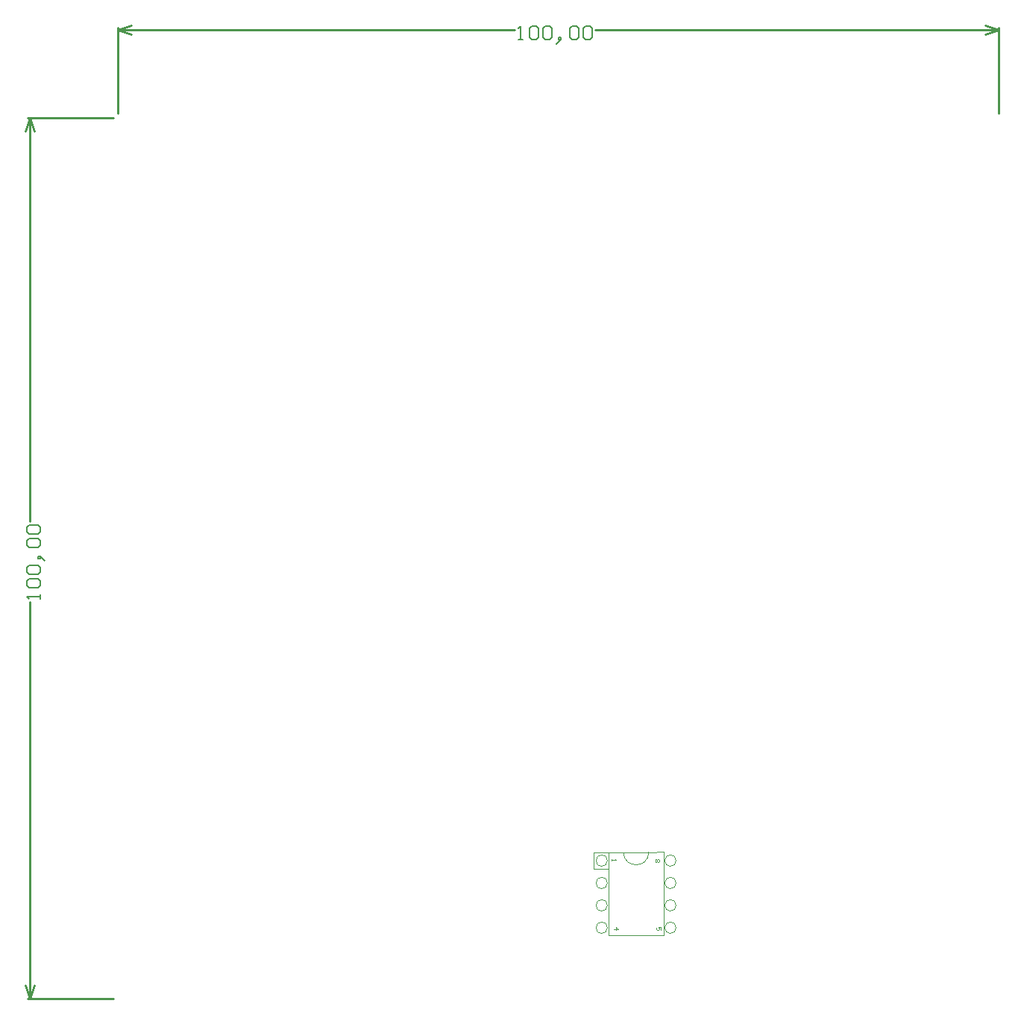
<source format=gtp>
G04*
G04 #@! TF.GenerationSoftware,Altium Limited,Altium Designer,21.3.2 (30)*
G04*
G04 Layer_Color=8421504*
%FSLAX24Y24*%
%MOIN*%
G70*
G04*
G04 #@! TF.SameCoordinates,6E726B93-E50A-4388-B932-66385DC3C8FA*
G04*
G04*
G04 #@! TF.FilePolarity,Positive*
G04*
G01*
G75*
%ADD10C,0.0100*%
%ADD14C,0.0020*%
%ADD15C,0.0060*%
D10*
X-3987Y39357D02*
X-3787Y38757D01*
X-4187D02*
X-3987Y39357D01*
X-4187Y587D02*
X-3987Y-13D01*
X-3787Y587D01*
X-3987Y21322D02*
Y39357D01*
Y-13D02*
Y17703D01*
X-4087Y39357D02*
X-248D01*
X-4087Y-13D02*
X-248D01*
X-50Y43294D02*
X550Y43494D01*
X-50Y43294D02*
X550Y43094D01*
X38720D02*
X39320Y43294D01*
X38720Y43494D02*
X39320Y43294D01*
X-50D02*
X17666D01*
X21285D02*
X39320D01*
X-50Y39555D02*
Y43394D01*
X39320Y39555D02*
Y43394D01*
D14*
X22537Y6524D02*
G03*
X23667Y6524I565J2D01*
G01*
X21820Y3150D02*
G03*
X21820Y3150I-256J0D01*
G01*
Y4150D02*
G03*
X21820Y4150I-256J0D01*
G01*
Y5150D02*
G03*
X21820Y5150I-256J0D01*
G01*
Y6150D02*
G03*
X21820Y6150I-256J0D01*
G01*
X24891Y3150D02*
G03*
X24891Y3150I-256J0D01*
G01*
Y4150D02*
G03*
X24891Y4150I-256J0D01*
G01*
Y5150D02*
G03*
X24891Y5150I-256J0D01*
G01*
Y6150D02*
G03*
X24891Y6150I-256J0D01*
G01*
X22537Y6524D02*
X23667Y6524D01*
X21194Y5780D02*
X21871Y5777D01*
X21194Y5780D02*
Y6522D01*
X21870D02*
X22537Y6524D01*
X23673Y6528D02*
X24334Y6534D01*
X21196Y6522D02*
X21870D01*
Y2803D02*
Y6522D01*
X24334Y2806D02*
Y6534D01*
X21870Y2803D02*
X24334Y2806D01*
X22019Y6219D02*
Y6153D01*
Y6186D01*
X22215D01*
X22183Y6219D01*
X22094Y3080D02*
X22291D01*
X22192Y3178D01*
Y3047D01*
X24218Y3042D02*
Y3173D01*
X24120D01*
X24153Y3108D01*
Y3075D01*
X24120Y3042D01*
X24054D01*
X24021Y3075D01*
Y3141D01*
X24054Y3173D01*
X24120Y6220D02*
X24153Y6188D01*
Y6122D01*
X24120Y6089D01*
X24087D01*
X24054Y6122D01*
X24021Y6089D01*
X23989D01*
X23956Y6122D01*
Y6188D01*
X23989Y6220D01*
X24021D01*
X24054Y6188D01*
X24087Y6220D01*
X24120D01*
X24054Y6188D02*
Y6122D01*
D15*
X-3527Y17863D02*
Y18063D01*
Y17963D01*
X-4127D01*
X-4027Y17863D01*
Y18362D02*
X-4127Y18462D01*
Y18662D01*
X-4027Y18762D01*
X-3627D01*
X-3527Y18662D01*
Y18462D01*
X-3627Y18362D01*
X-4027D01*
Y18962D02*
X-4127Y19062D01*
Y19262D01*
X-4027Y19362D01*
X-3627D01*
X-3527Y19262D01*
Y19062D01*
X-3627Y18962D01*
X-4027D01*
X-3427Y19662D02*
X-3527Y19762D01*
X-3627D01*
Y19662D01*
X-3527D01*
Y19762D01*
X-3427Y19662D01*
X-3327Y19562D01*
X-4027Y20162D02*
X-4127Y20262D01*
Y20462D01*
X-4027Y20562D01*
X-3627D01*
X-3527Y20462D01*
Y20262D01*
X-3627Y20162D01*
X-4027D01*
Y20762D02*
X-4127Y20862D01*
Y21062D01*
X-4027Y21162D01*
X-3627D01*
X-3527Y21062D01*
Y20862D01*
X-3627Y20762D01*
X-4027D01*
X17826Y42834D02*
X18026D01*
X17926D01*
Y43434D01*
X17826Y43334D01*
X18325D02*
X18425Y43434D01*
X18625D01*
X18725Y43334D01*
Y42934D01*
X18625Y42834D01*
X18425D01*
X18325Y42934D01*
Y43334D01*
X18925D02*
X19025Y43434D01*
X19225D01*
X19325Y43334D01*
Y42934D01*
X19225Y42834D01*
X19025D01*
X18925Y42934D01*
Y43334D01*
X19625Y42734D02*
X19725Y42834D01*
Y42934D01*
X19625D01*
Y42834D01*
X19725D01*
X19625Y42734D01*
X19525Y42634D01*
X20125Y43334D02*
X20225Y43434D01*
X20425D01*
X20525Y43334D01*
Y42934D01*
X20425Y42834D01*
X20225D01*
X20125Y42934D01*
Y43334D01*
X20725D02*
X20825Y43434D01*
X21025D01*
X21125Y43334D01*
Y42934D01*
X21025Y42834D01*
X20825D01*
X20725Y42934D01*
Y43334D01*
M02*

</source>
